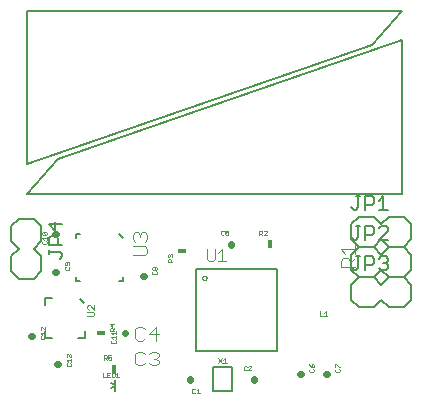
<source format=gto>
G75*
%MOIN*%
%OFA0B0*%
%FSLAX25Y25*%
%IPPOS*%
%LPD*%
%AMOC8*
5,1,8,0,0,1.08239X$1,22.5*
%
%ADD10C,0.00500*%
%ADD11C,0.00295*%
%ADD12C,0.00300*%
%ADD13C,0.02200*%
%ADD14C,0.00100*%
%ADD15C,0.00400*%
%ADD16C,0.00800*%
%ADD17C,0.00200*%
%ADD18R,0.03000X0.01800*%
%ADD19R,0.01800X0.03000*%
D10*
X0018302Y0053163D02*
X0019052Y0053914D01*
X0019052Y0054665D01*
X0018302Y0055415D01*
X0014549Y0055415D01*
X0014549Y0054665D02*
X0014549Y0056166D01*
X0014549Y0057767D02*
X0014549Y0060019D01*
X0015299Y0060770D01*
X0016800Y0060770D01*
X0017551Y0060019D01*
X0017551Y0057767D01*
X0019052Y0057767D02*
X0014549Y0057767D01*
X0016800Y0062371D02*
X0016800Y0065374D01*
X0014549Y0064623D02*
X0016800Y0062371D01*
X0019052Y0064623D02*
X0014549Y0064623D01*
X0007299Y0074811D02*
X0017535Y0086228D01*
X0132496Y0125992D01*
X0132496Y0074811D01*
X0007299Y0074811D01*
X0007299Y0084654D02*
X0122260Y0124417D01*
X0132496Y0135835D01*
X0007299Y0135835D01*
X0007299Y0084654D01*
X0063598Y0049614D02*
X0063598Y0022449D01*
X0090764Y0022449D01*
X0090764Y0049614D01*
X0063598Y0049614D01*
X0069357Y0017000D02*
X0075557Y0017000D01*
X0075557Y0009000D01*
X0069357Y0009000D01*
X0069357Y0017000D01*
X0115438Y0050138D02*
X0116189Y0049387D01*
X0116939Y0049387D01*
X0117690Y0050138D01*
X0117690Y0053891D01*
X0116939Y0053891D02*
X0118441Y0053891D01*
X0120042Y0053891D02*
X0122294Y0053891D01*
X0123045Y0053140D01*
X0123045Y0051639D01*
X0122294Y0050888D01*
X0120042Y0050888D01*
X0120042Y0049387D02*
X0120042Y0053891D01*
X0124646Y0053140D02*
X0125397Y0053891D01*
X0126898Y0053891D01*
X0127649Y0053140D01*
X0127649Y0052390D01*
X0126898Y0051639D01*
X0127649Y0050888D01*
X0127649Y0050138D01*
X0126898Y0049387D01*
X0125397Y0049387D01*
X0124646Y0050138D01*
X0126147Y0051639D02*
X0126898Y0051639D01*
X0127649Y0059426D02*
X0124646Y0059426D01*
X0127649Y0062429D01*
X0127649Y0063180D01*
X0126898Y0063930D01*
X0125397Y0063930D01*
X0124646Y0063180D01*
X0123045Y0063180D02*
X0123045Y0061678D01*
X0122294Y0060928D01*
X0120042Y0060928D01*
X0120042Y0059426D02*
X0120042Y0063930D01*
X0122294Y0063930D01*
X0123045Y0063180D01*
X0118441Y0063930D02*
X0116939Y0063930D01*
X0117690Y0063930D02*
X0117690Y0060177D01*
X0116939Y0059426D01*
X0116189Y0059426D01*
X0115438Y0060177D01*
X0116189Y0069466D02*
X0116939Y0069466D01*
X0117690Y0070216D01*
X0117690Y0073970D01*
X0116939Y0073970D02*
X0118441Y0073970D01*
X0120042Y0073970D02*
X0122294Y0073970D01*
X0123045Y0073219D01*
X0123045Y0071718D01*
X0122294Y0070967D01*
X0120042Y0070967D01*
X0120042Y0069466D02*
X0120042Y0073970D01*
X0124646Y0072468D02*
X0126147Y0073970D01*
X0126147Y0069466D01*
X0124646Y0069466D02*
X0127649Y0069466D01*
X0116189Y0069466D02*
X0115438Y0070216D01*
D11*
X0065742Y0046740D02*
X0065744Y0046794D01*
X0065750Y0046848D01*
X0065760Y0046901D01*
X0065774Y0046953D01*
X0065791Y0047004D01*
X0065813Y0047053D01*
X0065838Y0047101D01*
X0065866Y0047147D01*
X0065898Y0047191D01*
X0065933Y0047232D01*
X0065970Y0047270D01*
X0066011Y0047306D01*
X0066054Y0047338D01*
X0066099Y0047368D01*
X0066147Y0047393D01*
X0066196Y0047416D01*
X0066246Y0047434D01*
X0066298Y0047449D01*
X0066351Y0047460D01*
X0066405Y0047467D01*
X0066459Y0047470D01*
X0066512Y0047469D01*
X0066566Y0047464D01*
X0066619Y0047455D01*
X0066672Y0047442D01*
X0066723Y0047425D01*
X0066773Y0047405D01*
X0066821Y0047381D01*
X0066868Y0047353D01*
X0066912Y0047323D01*
X0066954Y0047288D01*
X0066993Y0047251D01*
X0067029Y0047212D01*
X0067063Y0047169D01*
X0067093Y0047124D01*
X0067119Y0047077D01*
X0067142Y0047029D01*
X0067162Y0046978D01*
X0067178Y0046927D01*
X0067190Y0046874D01*
X0067198Y0046821D01*
X0067202Y0046767D01*
X0067202Y0046713D01*
X0067198Y0046659D01*
X0067190Y0046606D01*
X0067178Y0046553D01*
X0067162Y0046502D01*
X0067142Y0046451D01*
X0067119Y0046403D01*
X0067093Y0046356D01*
X0067063Y0046311D01*
X0067029Y0046268D01*
X0066993Y0046229D01*
X0066954Y0046192D01*
X0066912Y0046157D01*
X0066868Y0046127D01*
X0066821Y0046099D01*
X0066773Y0046075D01*
X0066723Y0046055D01*
X0066672Y0046038D01*
X0066619Y0046025D01*
X0066566Y0046016D01*
X0066512Y0046011D01*
X0066459Y0046010D01*
X0066405Y0046013D01*
X0066351Y0046020D01*
X0066298Y0046031D01*
X0066246Y0046046D01*
X0066196Y0046064D01*
X0066147Y0046087D01*
X0066099Y0046112D01*
X0066054Y0046142D01*
X0066011Y0046174D01*
X0065970Y0046210D01*
X0065933Y0046248D01*
X0065898Y0046289D01*
X0065866Y0046333D01*
X0065838Y0046379D01*
X0065813Y0046427D01*
X0065791Y0046476D01*
X0065774Y0046527D01*
X0065760Y0046579D01*
X0065750Y0046632D01*
X0065744Y0046686D01*
X0065742Y0046740D01*
D12*
X0068106Y0052481D02*
X0069340Y0052481D01*
X0069957Y0053098D01*
X0069957Y0056184D01*
X0071172Y0054949D02*
X0072406Y0056184D01*
X0072406Y0052481D01*
X0071172Y0052481D02*
X0073641Y0052481D01*
X0068106Y0052481D02*
X0067489Y0053098D01*
X0067489Y0056184D01*
D13*
X0017656Y0018118D02*
X0017415Y0018118D01*
X0008994Y0027173D02*
X0008754Y0027173D01*
X0016825Y0048827D02*
X0017065Y0048827D01*
X0017065Y0061425D02*
X0016825Y0061425D01*
X0045959Y0047252D02*
X0046199Y0047252D01*
X0040096Y0028354D02*
X0039856Y0028354D01*
X0061827Y0012923D02*
X0061827Y0012683D01*
X0083087Y0012683D02*
X0083087Y0012923D01*
X0098321Y0014772D02*
X0098561Y0014772D01*
X0106982Y0014772D02*
X0107222Y0014772D01*
X0075409Y0057762D02*
X0075409Y0058002D01*
D14*
X0074183Y0060932D02*
X0073683Y0060932D01*
X0073433Y0061182D01*
X0072960Y0061182D02*
X0072710Y0060932D01*
X0072210Y0060932D01*
X0071959Y0061182D01*
X0071959Y0062183D01*
X0072210Y0062433D01*
X0072710Y0062433D01*
X0072960Y0062183D01*
X0073433Y0062433D02*
X0073433Y0061683D01*
X0073933Y0061933D01*
X0074183Y0061933D01*
X0074434Y0061683D01*
X0074434Y0061182D01*
X0074183Y0060932D01*
X0074434Y0062433D02*
X0073433Y0062433D01*
X0084755Y0062433D02*
X0084755Y0060932D01*
X0084755Y0061432D02*
X0085505Y0061432D01*
X0085756Y0061683D01*
X0085756Y0062183D01*
X0085505Y0062433D01*
X0084755Y0062433D01*
X0085255Y0061432D02*
X0085756Y0060932D01*
X0086228Y0060932D02*
X0087229Y0061933D01*
X0087229Y0062183D01*
X0086979Y0062433D01*
X0086478Y0062433D01*
X0086228Y0062183D01*
X0086228Y0060932D02*
X0087229Y0060932D01*
X0104950Y0035542D02*
X0104950Y0034041D01*
X0105951Y0034041D01*
X0106423Y0034041D02*
X0107424Y0034041D01*
X0106924Y0034041D02*
X0106924Y0035542D01*
X0106423Y0035041D01*
X0102741Y0017849D02*
X0102491Y0017849D01*
X0102240Y0017599D01*
X0102240Y0016848D01*
X0102741Y0016848D01*
X0102991Y0017099D01*
X0102991Y0017599D01*
X0102741Y0017849D01*
X0101740Y0017349D02*
X0102240Y0016848D01*
X0101740Y0016376D02*
X0101490Y0016126D01*
X0101490Y0015625D01*
X0101740Y0015375D01*
X0102741Y0015375D01*
X0102991Y0015625D01*
X0102991Y0016126D01*
X0102741Y0016376D01*
X0101740Y0017349D02*
X0101490Y0017849D01*
X0110151Y0017849D02*
X0110151Y0016848D01*
X0110401Y0016376D02*
X0110151Y0016126D01*
X0110151Y0015625D01*
X0110401Y0015375D01*
X0111402Y0015375D01*
X0111652Y0015625D01*
X0111652Y0016126D01*
X0111402Y0016376D01*
X0111402Y0016848D02*
X0111652Y0016848D01*
X0111402Y0016848D02*
X0110401Y0017849D01*
X0110151Y0017849D01*
X0082111Y0017104D02*
X0081861Y0017354D01*
X0081360Y0017354D01*
X0081110Y0017104D01*
X0080637Y0017104D02*
X0080387Y0017354D01*
X0079887Y0017354D01*
X0079637Y0017104D01*
X0079637Y0016103D01*
X0079887Y0015853D01*
X0080387Y0015853D01*
X0080637Y0016103D01*
X0081110Y0015853D02*
X0082111Y0016854D01*
X0082111Y0017104D01*
X0082111Y0015853D02*
X0081110Y0015853D01*
X0064904Y0008253D02*
X0063904Y0008253D01*
X0064404Y0008253D02*
X0064404Y0009754D01*
X0063904Y0009254D01*
X0063431Y0009504D02*
X0063181Y0009754D01*
X0062680Y0009754D01*
X0062430Y0009504D01*
X0062430Y0008503D01*
X0062680Y0008253D01*
X0063181Y0008253D01*
X0063431Y0008503D01*
X0038010Y0013635D02*
X0037009Y0013635D01*
X0037510Y0013635D02*
X0037510Y0015136D01*
X0037009Y0014635D01*
X0036537Y0014886D02*
X0036537Y0013885D01*
X0036287Y0013635D01*
X0035536Y0013635D01*
X0035536Y0015136D01*
X0036287Y0015136D01*
X0036537Y0014886D01*
X0035063Y0015136D02*
X0034063Y0015136D01*
X0034063Y0013635D01*
X0035063Y0013635D01*
X0034563Y0014385D02*
X0034063Y0014385D01*
X0033590Y0013635D02*
X0032589Y0013635D01*
X0032589Y0015136D01*
X0032983Y0019396D02*
X0032983Y0020898D01*
X0033734Y0020898D01*
X0033984Y0020648D01*
X0033984Y0020147D01*
X0033734Y0019897D01*
X0032983Y0019897D01*
X0033483Y0019897D02*
X0033984Y0019396D01*
X0034456Y0019647D02*
X0034707Y0019396D01*
X0035207Y0019396D01*
X0035457Y0019647D01*
X0035457Y0020147D01*
X0035207Y0020397D01*
X0034957Y0020397D01*
X0034456Y0020147D01*
X0034456Y0020898D01*
X0035457Y0020898D01*
X0035675Y0024904D02*
X0036676Y0024904D01*
X0036926Y0025155D01*
X0036926Y0025655D01*
X0036676Y0025905D01*
X0036926Y0026378D02*
X0036926Y0027378D01*
X0036926Y0027851D02*
X0036926Y0028852D01*
X0036456Y0028958D02*
X0034954Y0028958D01*
X0034954Y0029708D01*
X0035204Y0029959D01*
X0035705Y0029959D01*
X0035955Y0029708D01*
X0035955Y0028958D01*
X0035955Y0029458D02*
X0036456Y0029959D01*
X0035705Y0030431D02*
X0035705Y0031432D01*
X0036456Y0031182D02*
X0034954Y0031182D01*
X0035705Y0030431D01*
X0035425Y0028351D02*
X0036926Y0028351D01*
X0035926Y0027851D02*
X0035425Y0028351D01*
X0035425Y0026878D02*
X0036926Y0026878D01*
X0035926Y0026378D02*
X0035425Y0026878D01*
X0035675Y0025905D02*
X0035425Y0025655D01*
X0035425Y0025155D01*
X0035675Y0024904D01*
X0022085Y0020945D02*
X0022085Y0020445D01*
X0021835Y0020195D01*
X0022085Y0019722D02*
X0022085Y0018722D01*
X0022085Y0019222D02*
X0020584Y0019222D01*
X0021085Y0018722D01*
X0020834Y0018249D02*
X0020584Y0017999D01*
X0020584Y0017499D01*
X0020834Y0017248D01*
X0021835Y0017248D01*
X0022085Y0017499D01*
X0022085Y0017999D01*
X0021835Y0018249D01*
X0020834Y0020195D02*
X0020584Y0020445D01*
X0020584Y0020945D01*
X0020834Y0021196D01*
X0021085Y0021196D01*
X0021335Y0020945D01*
X0021585Y0021196D01*
X0021835Y0021196D01*
X0022085Y0020945D01*
X0021335Y0020945D02*
X0021335Y0020695D01*
X0013424Y0026554D02*
X0013424Y0027054D01*
X0013174Y0027304D01*
X0013424Y0027777D02*
X0013424Y0028778D01*
X0013424Y0029250D02*
X0012423Y0030251D01*
X0012173Y0030251D01*
X0011923Y0030001D01*
X0011923Y0029500D01*
X0012173Y0029250D01*
X0011923Y0028277D02*
X0013424Y0028277D01*
X0013424Y0029250D02*
X0013424Y0030251D01*
X0011923Y0028277D02*
X0012423Y0027777D01*
X0012173Y0027304D02*
X0011923Y0027054D01*
X0011923Y0026554D01*
X0012173Y0026303D01*
X0013174Y0026303D01*
X0013424Y0026554D01*
X0020244Y0049430D02*
X0021245Y0049430D01*
X0021495Y0049680D01*
X0021495Y0050181D01*
X0021245Y0050431D01*
X0021245Y0050904D02*
X0021495Y0051154D01*
X0021495Y0051654D01*
X0021245Y0051904D01*
X0020244Y0051904D01*
X0019994Y0051654D01*
X0019994Y0051154D01*
X0020244Y0050904D01*
X0020494Y0050904D01*
X0020744Y0051154D01*
X0020744Y0051904D01*
X0020244Y0050431D02*
X0019994Y0050181D01*
X0019994Y0049680D01*
X0020244Y0049430D01*
X0013645Y0057975D02*
X0012644Y0057975D01*
X0012394Y0058225D01*
X0012394Y0058726D01*
X0012644Y0058976D01*
X0012894Y0059448D02*
X0012394Y0059949D01*
X0013895Y0059949D01*
X0013895Y0060449D02*
X0013895Y0059448D01*
X0013645Y0058976D02*
X0013895Y0058726D01*
X0013895Y0058225D01*
X0013645Y0057975D01*
X0013645Y0060922D02*
X0012644Y0060922D01*
X0012394Y0061172D01*
X0012394Y0061672D01*
X0012644Y0061923D01*
X0013645Y0060922D01*
X0013895Y0061172D01*
X0013895Y0061672D01*
X0013645Y0061923D01*
X0012644Y0061923D01*
X0049127Y0050079D02*
X0049378Y0050330D01*
X0049628Y0050330D01*
X0049878Y0050079D01*
X0049878Y0049579D01*
X0049628Y0049329D01*
X0049378Y0049329D01*
X0049127Y0049579D01*
X0049127Y0050079D01*
X0049878Y0050079D02*
X0050128Y0050330D01*
X0050379Y0050330D01*
X0050629Y0050079D01*
X0050629Y0049579D01*
X0050379Y0049329D01*
X0050128Y0049329D01*
X0049878Y0049579D01*
X0049378Y0048856D02*
X0049127Y0048606D01*
X0049127Y0048106D01*
X0049378Y0047855D01*
X0050379Y0047855D01*
X0050629Y0048106D01*
X0050629Y0048606D01*
X0050379Y0048856D01*
X0054323Y0052070D02*
X0054323Y0052820D01*
X0054573Y0053071D01*
X0055073Y0053071D01*
X0055324Y0052820D01*
X0055324Y0052070D01*
X0055824Y0052070D02*
X0054323Y0052070D01*
X0055324Y0052570D02*
X0055824Y0053071D01*
X0055574Y0053543D02*
X0055824Y0053793D01*
X0055824Y0054294D01*
X0055574Y0054544D01*
X0055324Y0054544D01*
X0055073Y0054294D01*
X0055073Y0054043D01*
X0055073Y0054294D02*
X0054823Y0054544D01*
X0054573Y0054544D01*
X0054323Y0054294D01*
X0054323Y0053793D01*
X0054573Y0053543D01*
D15*
X0047335Y0054956D02*
X0047335Y0056491D01*
X0046568Y0057258D01*
X0042732Y0057258D01*
X0043499Y0058793D02*
X0042732Y0059560D01*
X0042732Y0061095D01*
X0043499Y0061862D01*
X0044266Y0061862D01*
X0045033Y0061095D01*
X0045801Y0061862D01*
X0046568Y0061862D01*
X0047335Y0061095D01*
X0047335Y0059560D01*
X0046568Y0058793D01*
X0045033Y0060328D02*
X0045033Y0061095D01*
X0047335Y0054956D02*
X0046568Y0054189D01*
X0042732Y0054189D01*
X0044275Y0030383D02*
X0043508Y0029615D01*
X0043508Y0026546D01*
X0044275Y0025779D01*
X0045810Y0025779D01*
X0046577Y0026546D01*
X0048112Y0028081D02*
X0051181Y0028081D01*
X0050414Y0030383D02*
X0048112Y0028081D01*
X0046577Y0029615D02*
X0045810Y0030383D01*
X0044275Y0030383D01*
X0050414Y0030383D02*
X0050414Y0025779D01*
X0050414Y0022115D02*
X0048879Y0022115D01*
X0048112Y0021348D01*
X0046577Y0021348D02*
X0045810Y0022115D01*
X0044275Y0022115D01*
X0043508Y0021348D01*
X0043508Y0018278D01*
X0044275Y0017511D01*
X0045810Y0017511D01*
X0046577Y0018278D01*
X0048112Y0018278D02*
X0048879Y0017511D01*
X0050414Y0017511D01*
X0051181Y0018278D01*
X0051181Y0019046D01*
X0050414Y0019813D01*
X0049646Y0019813D01*
X0050414Y0019813D02*
X0051181Y0020580D01*
X0051181Y0021348D01*
X0050414Y0022115D01*
X0111964Y0050193D02*
X0111964Y0052495D01*
X0112731Y0053262D01*
X0114266Y0053262D01*
X0115033Y0052495D01*
X0115033Y0050193D01*
X0115033Y0051728D02*
X0116568Y0053262D01*
X0116568Y0054797D02*
X0116568Y0057866D01*
X0116568Y0056331D02*
X0111964Y0056331D01*
X0113498Y0054797D01*
X0111964Y0050193D02*
X0116568Y0050193D01*
D16*
X0115488Y0049476D02*
X0117988Y0046976D01*
X0122988Y0046976D01*
X0125488Y0049476D01*
X0127988Y0046976D01*
X0132988Y0046976D01*
X0135488Y0049476D01*
X0135488Y0054476D01*
X0132988Y0056976D01*
X0127988Y0056976D01*
X0125488Y0054476D01*
X0122988Y0056976D01*
X0117988Y0056976D01*
X0115488Y0054476D01*
X0115488Y0049476D01*
X0117988Y0046937D02*
X0115488Y0044437D01*
X0115488Y0039437D01*
X0117988Y0036937D01*
X0122988Y0036937D01*
X0125488Y0039437D01*
X0127988Y0036937D01*
X0132988Y0036937D01*
X0135488Y0039437D01*
X0135488Y0044437D01*
X0132988Y0046937D01*
X0127988Y0046937D01*
X0125488Y0044437D01*
X0122988Y0046937D01*
X0117988Y0046937D01*
X0117988Y0057016D02*
X0122988Y0057016D01*
X0125488Y0059516D01*
X0127988Y0057016D01*
X0132988Y0057016D01*
X0135488Y0059516D01*
X0135488Y0064516D01*
X0132988Y0067016D01*
X0127988Y0067016D01*
X0125488Y0064516D01*
X0122988Y0067016D01*
X0117988Y0067016D01*
X0115488Y0064516D01*
X0115488Y0059516D01*
X0117988Y0057016D01*
X0039386Y0060047D02*
X0038008Y0061425D01*
X0025016Y0061425D02*
X0023638Y0061425D01*
X0023638Y0060047D01*
X0012102Y0058925D02*
X0009602Y0056425D01*
X0012102Y0053925D01*
X0012102Y0048925D01*
X0009602Y0046425D01*
X0004602Y0046425D01*
X0002102Y0048925D01*
X0002102Y0053925D01*
X0004602Y0056425D01*
X0002102Y0058925D01*
X0002102Y0063925D01*
X0004602Y0066425D01*
X0009602Y0066425D01*
X0012102Y0063925D01*
X0012102Y0058925D01*
X0023638Y0047055D02*
X0023638Y0045677D01*
X0025016Y0045677D01*
X0024858Y0039713D02*
X0026335Y0038315D01*
X0026591Y0028945D02*
X0026591Y0026583D01*
X0024228Y0026583D01*
X0015567Y0026583D02*
X0013205Y0026583D01*
X0013205Y0028945D01*
X0013205Y0037606D02*
X0013205Y0039969D01*
X0015567Y0039969D01*
X0038008Y0045677D02*
X0039386Y0045677D01*
X0039386Y0047055D01*
X0036709Y0012646D02*
X0036709Y0010835D01*
X0035488Y0009914D01*
X0036709Y0009024D02*
X0036709Y0010835D01*
X0036648Y0010935D02*
X0035488Y0011694D01*
D17*
X0029331Y0033956D02*
X0027496Y0033956D01*
X0027496Y0035424D02*
X0029331Y0035424D01*
X0029698Y0035057D01*
X0029698Y0034323D01*
X0029331Y0033956D01*
X0029698Y0036166D02*
X0028230Y0037634D01*
X0027863Y0037634D01*
X0027496Y0037267D01*
X0027496Y0036533D01*
X0027863Y0036166D01*
X0029698Y0036166D02*
X0029698Y0037634D01*
X0071018Y0020027D02*
X0072198Y0018257D01*
X0072831Y0018257D02*
X0074011Y0018257D01*
X0073421Y0018257D02*
X0073421Y0020027D01*
X0072831Y0019437D01*
X0072198Y0020027D02*
X0071018Y0018257D01*
D18*
X0058874Y0055520D03*
X0031906Y0028354D03*
D19*
X0036433Y0016346D03*
X0088205Y0057882D03*
M02*

</source>
